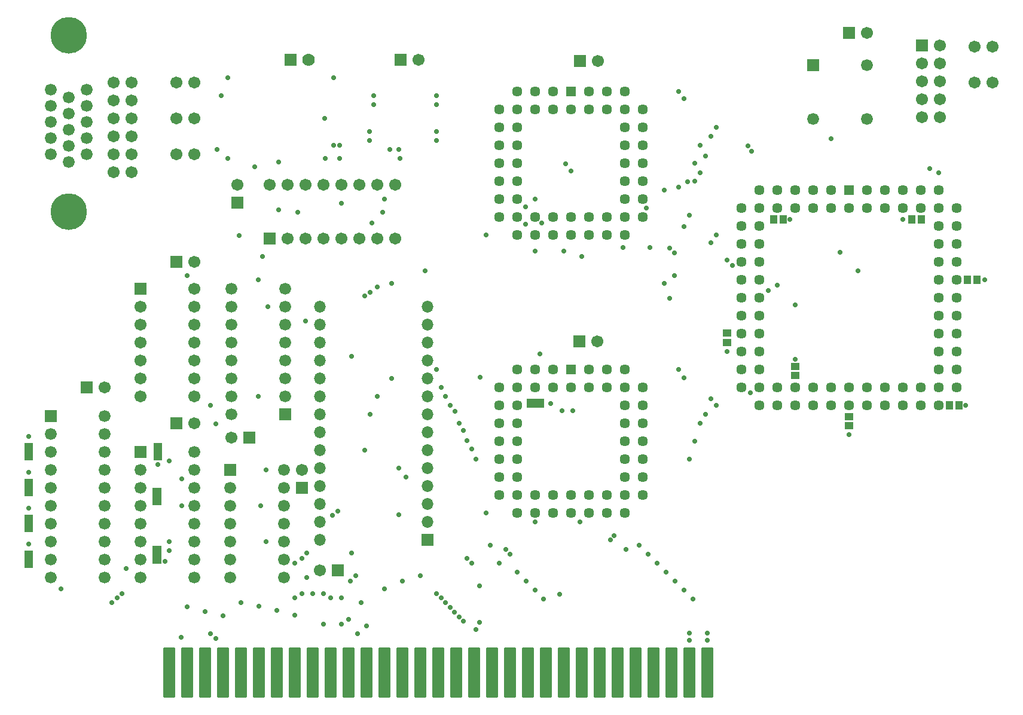
<source format=gbs>
G04 Layer_Color=8150272*
%FSAX24Y24*%
%MOIN*%
G70*
G01*
G75*
%ADD34R,0.0450X0.0405*%
G04:AMPARAMS|DCode=36|XSize=67mil|YSize=282mil|CornerRadius=9.5mil|HoleSize=0mil|Usage=FLASHONLY|Rotation=0.000|XOffset=0mil|YOffset=0mil|HoleType=Round|Shape=RoundedRectangle|*
%AMROUNDEDRECTD36*
21,1,0.0670,0.2630,0,0,0.0*
21,1,0.0480,0.2820,0,0,0.0*
1,1,0.0190,0.0240,-0.1315*
1,1,0.0190,-0.0240,-0.1315*
1,1,0.0190,-0.0240,0.1315*
1,1,0.0190,0.0240,0.1315*
%
%ADD36ROUNDEDRECTD36*%
%ADD37C,0.0670*%
%ADD38R,0.0670X0.0670*%
%ADD39R,0.0670X0.0670*%
%ADD40C,0.0570*%
%ADD41R,0.0570X0.0570*%
%ADD42O,0.0661X0.0661*%
%ADD43R,0.0661X0.0661*%
%ADD44R,0.0661X0.0661*%
%ADD45C,0.0661*%
%ADD46C,0.0700*%
%ADD47C,0.2039*%
%ADD48C,0.0290*%
%ADD49R,0.0270X0.0470*%
%ADD50R,0.0470X0.0270*%
%ADD51R,0.0405X0.0450*%
G36*
X007490Y018910D02*
X007010D01*
Y019890D01*
X007490D01*
Y018910D01*
D02*
G37*
G36*
X014640Y020410D02*
X014160D01*
Y021390D01*
X014640D01*
Y020410D01*
D02*
G37*
G36*
X007490Y016910D02*
X007010D01*
Y017890D01*
X007490D01*
Y016910D01*
D02*
G37*
G36*
X014640Y017160D02*
X014160D01*
Y018140D01*
X014640D01*
Y017160D01*
D02*
G37*
G36*
X014690Y022910D02*
X014210D01*
Y023890D01*
X014690D01*
Y022910D01*
D02*
G37*
G36*
X035990Y025860D02*
X035010D01*
Y026340D01*
X035990D01*
Y025860D01*
D02*
G37*
G36*
X007490Y020910D02*
X007010D01*
Y021890D01*
X007490D01*
Y020910D01*
D02*
G37*
G36*
Y022910D02*
X007010D01*
Y023890D01*
X007490D01*
Y022910D01*
D02*
G37*
D34*
X053000Y025356D02*
D03*
Y024844D02*
D03*
X046200Y030006D02*
D03*
Y029494D02*
D03*
X050000Y027644D02*
D03*
Y028156D02*
D03*
D36*
X042100Y011100D02*
D03*
X041100D02*
D03*
X035100D02*
D03*
X015100D02*
D03*
X016100D02*
D03*
X017100D02*
D03*
X018100D02*
D03*
X019100D02*
D03*
X020100D02*
D03*
X021100D02*
D03*
X022100D02*
D03*
X023100D02*
D03*
X024100D02*
D03*
X025100D02*
D03*
X026100D02*
D03*
X027100D02*
D03*
X028100D02*
D03*
X029100D02*
D03*
X030100D02*
D03*
X031100D02*
D03*
X032100D02*
D03*
X033100D02*
D03*
X034100D02*
D03*
X036100D02*
D03*
X037100D02*
D03*
X038100D02*
D03*
X039100D02*
D03*
X040100D02*
D03*
X043100D02*
D03*
X044100D02*
D03*
X045100D02*
D03*
D37*
X058050Y042050D02*
D03*
X057050D02*
D03*
X058050Y043050D02*
D03*
X057050D02*
D03*
X058050Y044050D02*
D03*
X057050D02*
D03*
X058050Y045050D02*
D03*
X057050D02*
D03*
X058050Y046050D02*
D03*
X011500Y027000D02*
D03*
X016500Y034000D02*
D03*
X022500Y022400D02*
D03*
X023500Y016800D02*
D03*
X029000Y045250D02*
D03*
X039000Y045200D02*
D03*
X016500Y044000D02*
D03*
X015500D02*
D03*
X016500Y042000D02*
D03*
X015500D02*
D03*
X016500Y040000D02*
D03*
X015500D02*
D03*
X054000Y046750D02*
D03*
X038950Y029550D02*
D03*
X061000Y044000D02*
D03*
X060000D02*
D03*
X061000Y046000D02*
D03*
X060000D02*
D03*
X013000Y044000D02*
D03*
X012000D02*
D03*
X013000Y043000D02*
D03*
X012000D02*
D03*
X013000Y042000D02*
D03*
X012000D02*
D03*
X013000Y041000D02*
D03*
X012000D02*
D03*
X013000Y040000D02*
D03*
X012000D02*
D03*
X013000Y039000D02*
D03*
X012000D02*
D03*
X013500Y031500D02*
D03*
Y030500D02*
D03*
Y029500D02*
D03*
Y028500D02*
D03*
Y027500D02*
D03*
Y026500D02*
D03*
X016500Y032500D02*
D03*
Y031500D02*
D03*
Y030500D02*
D03*
Y029500D02*
D03*
Y028500D02*
D03*
Y027500D02*
D03*
Y026500D02*
D03*
Y025000D02*
D03*
X018550Y024200D02*
D03*
X020700Y038300D02*
D03*
X021700D02*
D03*
Y035300D02*
D03*
X022700D02*
D03*
X023700D02*
D03*
X024700D02*
D03*
X025700D02*
D03*
X026700D02*
D03*
X022700Y038300D02*
D03*
X023700D02*
D03*
X024700D02*
D03*
X025700D02*
D03*
X026700D02*
D03*
X027700D02*
D03*
Y035300D02*
D03*
X018900Y038300D02*
D03*
D38*
X057050Y046050D02*
D03*
X022500Y021400D02*
D03*
X020700Y035300D02*
D03*
X018900Y037300D02*
D03*
D39*
X010500Y027000D02*
D03*
X015500Y034000D02*
D03*
X024500Y016800D02*
D03*
X028000Y045250D02*
D03*
X038000Y045200D02*
D03*
X021850Y045250D02*
D03*
X053000Y046750D02*
D03*
X037950Y029550D02*
D03*
X013500Y032500D02*
D03*
X015500Y025000D02*
D03*
X019550Y024200D02*
D03*
D40*
X038500Y042500D02*
D03*
Y043500D02*
D03*
X039500Y042500D02*
D03*
Y043500D02*
D03*
X040500Y042500D02*
D03*
Y043500D02*
D03*
X041500Y042500D02*
D03*
X040500Y041500D02*
D03*
X041500D02*
D03*
X040500Y040500D02*
D03*
X041500D02*
D03*
X040500Y039500D02*
D03*
X041500D02*
D03*
X040500Y038500D02*
D03*
X041500D02*
D03*
X040500Y037500D02*
D03*
X041500D02*
D03*
X040500Y036500D02*
D03*
X041500D02*
D03*
X040500Y035500D02*
D03*
X039500Y036500D02*
D03*
Y035500D02*
D03*
X038500Y036500D02*
D03*
Y035500D02*
D03*
X037500Y036500D02*
D03*
Y035500D02*
D03*
X036500Y036500D02*
D03*
Y035500D02*
D03*
X035500Y036500D02*
D03*
Y035500D02*
D03*
X034500Y036500D02*
D03*
Y035500D02*
D03*
X033500Y036500D02*
D03*
X034500Y037500D02*
D03*
X033500D02*
D03*
X034500Y038500D02*
D03*
X033500D02*
D03*
X034500Y039500D02*
D03*
X033500D02*
D03*
X034500Y040500D02*
D03*
X033500D02*
D03*
X034500Y041500D02*
D03*
X033500D02*
D03*
X034500Y042500D02*
D03*
X033500D02*
D03*
X034500Y043500D02*
D03*
X035500Y042500D02*
D03*
Y043500D02*
D03*
X036500Y042500D02*
D03*
Y043500D02*
D03*
X037500Y042500D02*
D03*
X038500Y027000D02*
D03*
Y028000D02*
D03*
X039500Y027000D02*
D03*
Y028000D02*
D03*
X040500Y027000D02*
D03*
Y028000D02*
D03*
X041500Y027000D02*
D03*
X040500Y026000D02*
D03*
X041500D02*
D03*
X040500Y025000D02*
D03*
X041500D02*
D03*
X040500Y024000D02*
D03*
X041500D02*
D03*
X040500Y023000D02*
D03*
X041500D02*
D03*
X040500Y022000D02*
D03*
X041500D02*
D03*
X040500Y021000D02*
D03*
X041500D02*
D03*
X040500Y020000D02*
D03*
X039500Y021000D02*
D03*
Y020000D02*
D03*
X038500Y021000D02*
D03*
Y020000D02*
D03*
X037500Y021000D02*
D03*
Y020000D02*
D03*
X036500Y021000D02*
D03*
Y020000D02*
D03*
X035500Y021000D02*
D03*
Y020000D02*
D03*
X034500Y021000D02*
D03*
Y020000D02*
D03*
X033500Y021000D02*
D03*
X034500Y022000D02*
D03*
X033500D02*
D03*
X034500Y023000D02*
D03*
X033500D02*
D03*
X034500Y024000D02*
D03*
X033500D02*
D03*
X034500Y025000D02*
D03*
X033500D02*
D03*
X034500Y026000D02*
D03*
X033500D02*
D03*
X034500Y027000D02*
D03*
X033500D02*
D03*
X034500Y028000D02*
D03*
X035500Y027000D02*
D03*
Y028000D02*
D03*
X036500Y027000D02*
D03*
Y028000D02*
D03*
X037500Y027000D02*
D03*
X054000Y037000D02*
D03*
Y038000D02*
D03*
X055000Y037000D02*
D03*
Y038000D02*
D03*
X056000Y037000D02*
D03*
Y038000D02*
D03*
X057000Y037000D02*
D03*
Y038000D02*
D03*
X058000Y037000D02*
D03*
Y038000D02*
D03*
X059000Y037000D02*
D03*
X058000Y036000D02*
D03*
X059000D02*
D03*
X058000Y035000D02*
D03*
X059000D02*
D03*
X058000Y034000D02*
D03*
X059000D02*
D03*
X058000Y033000D02*
D03*
X059000D02*
D03*
X058000Y032000D02*
D03*
X059000D02*
D03*
X058000Y031000D02*
D03*
X059000D02*
D03*
X058000Y030000D02*
D03*
X059000D02*
D03*
X058000Y029000D02*
D03*
X059000D02*
D03*
X058000Y028000D02*
D03*
X059000D02*
D03*
X058000Y027000D02*
D03*
X059000D02*
D03*
X058000Y026000D02*
D03*
X057000Y027000D02*
D03*
Y026000D02*
D03*
X056000Y027000D02*
D03*
Y026000D02*
D03*
X055000Y027000D02*
D03*
Y026000D02*
D03*
X054000Y027000D02*
D03*
Y026000D02*
D03*
X053000Y027000D02*
D03*
Y026000D02*
D03*
X052000Y027000D02*
D03*
Y026000D02*
D03*
X051000Y027000D02*
D03*
Y026000D02*
D03*
X050000Y027000D02*
D03*
Y026000D02*
D03*
X049000Y027000D02*
D03*
Y026000D02*
D03*
X048000Y027000D02*
D03*
Y026000D02*
D03*
X047000Y027000D02*
D03*
X048000Y028000D02*
D03*
X047000D02*
D03*
X048000Y029000D02*
D03*
X047000D02*
D03*
X048000Y030000D02*
D03*
X047000D02*
D03*
X048000Y031000D02*
D03*
X047000D02*
D03*
X048000Y032000D02*
D03*
X047000D02*
D03*
X048000Y033000D02*
D03*
X047000D02*
D03*
X048000Y034000D02*
D03*
X047000D02*
D03*
X048000Y035000D02*
D03*
X047000D02*
D03*
X048000Y036000D02*
D03*
X047000D02*
D03*
X048000Y037000D02*
D03*
X047000D02*
D03*
X048000Y038000D02*
D03*
X049000Y037000D02*
D03*
Y038000D02*
D03*
X050000Y037000D02*
D03*
Y038000D02*
D03*
X051000Y037000D02*
D03*
Y038000D02*
D03*
X052000Y037000D02*
D03*
Y038000D02*
D03*
X053000Y037000D02*
D03*
D41*
X037500Y043500D02*
D03*
Y028000D02*
D03*
X053000Y038000D02*
D03*
D42*
X023500Y031500D02*
D03*
Y030500D02*
D03*
Y029500D02*
D03*
Y028500D02*
D03*
Y027500D02*
D03*
Y026500D02*
D03*
Y025500D02*
D03*
Y024500D02*
D03*
Y023500D02*
D03*
Y022500D02*
D03*
Y021500D02*
D03*
Y020500D02*
D03*
Y019500D02*
D03*
Y018500D02*
D03*
X029500Y031500D02*
D03*
Y030500D02*
D03*
Y029500D02*
D03*
Y028500D02*
D03*
Y027500D02*
D03*
Y026500D02*
D03*
Y025500D02*
D03*
Y024500D02*
D03*
Y023500D02*
D03*
Y022500D02*
D03*
Y021500D02*
D03*
Y020500D02*
D03*
Y019500D02*
D03*
D43*
Y018500D02*
D03*
D44*
X008500Y025400D02*
D03*
X013500Y023400D02*
D03*
X018500Y022400D02*
D03*
X021550Y025500D02*
D03*
X051000Y044950D02*
D03*
D45*
X008500Y024400D02*
D03*
Y023400D02*
D03*
Y022400D02*
D03*
Y021400D02*
D03*
Y020400D02*
D03*
Y019400D02*
D03*
Y018400D02*
D03*
Y017400D02*
D03*
Y016400D02*
D03*
X011500Y025400D02*
D03*
Y024400D02*
D03*
Y023400D02*
D03*
Y022400D02*
D03*
Y021400D02*
D03*
Y020400D02*
D03*
Y019400D02*
D03*
Y018400D02*
D03*
Y017400D02*
D03*
Y016400D02*
D03*
X013500Y022400D02*
D03*
Y021400D02*
D03*
Y020400D02*
D03*
Y019400D02*
D03*
Y018400D02*
D03*
Y017400D02*
D03*
Y016400D02*
D03*
X016500Y023400D02*
D03*
Y022400D02*
D03*
Y021400D02*
D03*
Y020400D02*
D03*
Y019400D02*
D03*
Y018400D02*
D03*
Y017400D02*
D03*
Y016400D02*
D03*
X018500Y021400D02*
D03*
Y020400D02*
D03*
Y019400D02*
D03*
Y018400D02*
D03*
Y017400D02*
D03*
Y016400D02*
D03*
X021500Y022400D02*
D03*
Y021400D02*
D03*
Y020400D02*
D03*
Y019400D02*
D03*
Y018400D02*
D03*
Y017400D02*
D03*
Y016400D02*
D03*
X009500Y043149D02*
D03*
Y039551D02*
D03*
Y040451D02*
D03*
Y041350D02*
D03*
Y042250D02*
D03*
X010500Y043599D02*
D03*
Y042700D02*
D03*
Y041800D02*
D03*
Y040900D02*
D03*
Y040001D02*
D03*
X008500Y043599D02*
D03*
Y042700D02*
D03*
Y041800D02*
D03*
Y040900D02*
D03*
Y040001D02*
D03*
X018550Y032500D02*
D03*
Y031500D02*
D03*
Y030500D02*
D03*
Y029500D02*
D03*
Y028500D02*
D03*
Y027500D02*
D03*
Y026500D02*
D03*
Y025500D02*
D03*
X021550Y032500D02*
D03*
Y031500D02*
D03*
Y030500D02*
D03*
Y029500D02*
D03*
Y028500D02*
D03*
Y027500D02*
D03*
Y026500D02*
D03*
X051000Y041950D02*
D03*
X054000Y044950D02*
D03*
Y041950D02*
D03*
D46*
X022850Y045250D02*
D03*
D47*
X009500Y046623D02*
D03*
Y036776D02*
D03*
D48*
X032400Y015930D02*
D03*
X025790Y014990D02*
D03*
X020500Y022400D02*
D03*
Y018400D02*
D03*
X036350Y026100D02*
D03*
X035500Y037500D02*
D03*
X035850Y036150D02*
D03*
X035750Y028850D02*
D03*
X034950Y037050D02*
D03*
X007250Y022250D02*
D03*
X014850Y017300D02*
D03*
X014450Y022700D02*
D03*
X007250Y024250D02*
D03*
Y020250D02*
D03*
Y018250D02*
D03*
X043000Y031950D02*
D03*
X026000Y032100D02*
D03*
Y023500D02*
D03*
X026700Y032590D02*
D03*
X026300Y032300D02*
D03*
X027100Y015750D02*
D03*
X036850Y015450D02*
D03*
X035500Y015700D02*
D03*
X017400Y013250D02*
D03*
X012700Y016900D02*
D03*
X028300Y022000D02*
D03*
X017700Y013000D02*
D03*
X024193Y019857D02*
D03*
X024500Y020100D02*
D03*
X015750Y013050D02*
D03*
X018100Y014250D02*
D03*
X017100Y014500D02*
D03*
X016100Y014750D02*
D03*
X011900Y015000D02*
D03*
X025600Y013250D02*
D03*
X024700Y013800D02*
D03*
X023700D02*
D03*
X025100Y014050D02*
D03*
X022100Y014300D02*
D03*
X021100Y014550D02*
D03*
X020100Y014790D02*
D03*
X019100Y015000D02*
D03*
X022100Y015250D02*
D03*
X024100D02*
D03*
X012200D02*
D03*
X022500Y015500D02*
D03*
X012450D02*
D03*
X023100D02*
D03*
X020200Y020400D02*
D03*
X044000Y038450D02*
D03*
X041900Y034800D02*
D03*
X052480Y034520D02*
D03*
X037100Y034600D02*
D03*
X043250Y033220D02*
D03*
X020050Y033000D02*
D03*
X027500Y032800D02*
D03*
X042700D02*
D03*
X044100Y013300D02*
D03*
Y012900D02*
D03*
X032400Y013880D02*
D03*
X026250Y040750D02*
D03*
Y041250D02*
D03*
X026500Y042750D02*
D03*
Y043250D02*
D03*
X050000Y031600D02*
D03*
X030000Y041250D02*
D03*
X031490Y024600D02*
D03*
X031950Y023550D02*
D03*
X021200Y039550D02*
D03*
Y036900D02*
D03*
X024600Y040500D02*
D03*
X043000Y034750D02*
D03*
X045300Y035050D02*
D03*
X022700Y030700D02*
D03*
X029350Y033500D02*
D03*
X045600Y035500D02*
D03*
X045300Y041000D02*
D03*
Y026350D02*
D03*
X047335Y040450D02*
D03*
X047550Y040150D02*
D03*
X043780Y027520D02*
D03*
Y035950D02*
D03*
Y043100D02*
D03*
X035950Y015200D02*
D03*
X044300D02*
D03*
X043800Y015700D02*
D03*
X035000Y016200D02*
D03*
X043300D02*
D03*
X034500Y016700D02*
D03*
X042800D02*
D03*
X033500Y017200D02*
D03*
X042300D02*
D03*
X033850Y017950D02*
D03*
X040550D02*
D03*
X034100Y017700D02*
D03*
X041800D02*
D03*
X033000Y018200D02*
D03*
X041300D02*
D03*
X043500Y038150D02*
D03*
X044400Y038500D02*
D03*
X027950Y039750D02*
D03*
X023800D02*
D03*
X024700Y037250D02*
D03*
X027500Y027500D02*
D03*
X042700Y038000D02*
D03*
X049000Y032700D02*
D03*
X048500Y032400D02*
D03*
X026700Y026500D02*
D03*
X026300Y025500D02*
D03*
X046200Y034100D02*
D03*
X046500Y033800D02*
D03*
X022750Y016400D02*
D03*
X032410Y027550D02*
D03*
X032200Y023000D02*
D03*
X015800Y020400D02*
D03*
Y021900D02*
D03*
X015100Y022900D02*
D03*
Y018400D02*
D03*
X028100Y016200D02*
D03*
X025500Y016500D02*
D03*
X025200Y016200D02*
D03*
X015100Y017900D02*
D03*
X026100Y013700D02*
D03*
X049700Y036350D02*
D03*
X053000Y024350D02*
D03*
X046200Y029000D02*
D03*
X050000Y028550D02*
D03*
X059500Y026000D02*
D03*
X060550Y033000D02*
D03*
X052000Y040850D02*
D03*
X056000Y036350D02*
D03*
X016100Y033220D02*
D03*
X043250Y034500D02*
D03*
X030000Y028000D02*
D03*
Y015500D02*
D03*
X023700D02*
D03*
X030250Y027000D02*
D03*
Y015250D02*
D03*
X030500Y026500D02*
D03*
Y015000D02*
D03*
X031000Y014450D02*
D03*
X030750Y026000D02*
D03*
X031250Y025000D02*
D03*
Y014200D02*
D03*
X035500Y034600D02*
D03*
X038000Y019500D02*
D03*
X032750Y035500D02*
D03*
Y020000D02*
D03*
X031010Y025640D02*
D03*
X044400Y039500D02*
D03*
X044100Y036600D02*
D03*
X044700Y040500D02*
D03*
Y038950D02*
D03*
X058000D02*
D03*
X057500Y039200D02*
D03*
X045600Y041500D02*
D03*
Y026000D02*
D03*
X045000Y025500D02*
D03*
X044700Y025000D02*
D03*
X044400Y024000D02*
D03*
X044100Y023000D02*
D03*
X043500Y043500D02*
D03*
Y028000D02*
D03*
X040400Y034800D02*
D03*
X047500Y026700D02*
D03*
X035500Y019500D02*
D03*
X027900Y022500D02*
D03*
Y019900D02*
D03*
X037000Y025700D02*
D03*
X037600D02*
D03*
X039900Y018710D02*
D03*
X009050Y015750D02*
D03*
X025250Y017750D02*
D03*
X041700Y037000D02*
D03*
X045000Y039900D02*
D03*
X039700Y018500D02*
D03*
X034950Y036100D02*
D03*
X038100Y034300D02*
D03*
X020300D02*
D03*
X017400Y026000D02*
D03*
X017750Y040250D02*
D03*
X030000Y040750D02*
D03*
Y042750D02*
D03*
Y043250D02*
D03*
X037500Y039050D02*
D03*
X037200Y039450D02*
D03*
X027100Y037500D02*
D03*
X026400Y036150D02*
D03*
X020050Y026500D02*
D03*
X024250Y044250D02*
D03*
X022250Y036750D02*
D03*
X027000D02*
D03*
X053500Y033500D02*
D03*
X023750Y042000D02*
D03*
X018000Y043250D02*
D03*
X018350Y039750D02*
D03*
X024600D02*
D03*
X018350Y044250D02*
D03*
X019000Y035450D02*
D03*
X019850Y039300D02*
D03*
X020600Y031500D02*
D03*
X024250Y040500D02*
D03*
X027400Y040250D02*
D03*
X027900D02*
D03*
X045100Y012900D02*
D03*
Y013300D02*
D03*
X024700Y015250D02*
D03*
X022750Y017750D02*
D03*
X022500Y017450D02*
D03*
X022100Y017200D02*
D03*
X031950D02*
D03*
X031700Y024010D02*
D03*
Y017450D02*
D03*
X032190Y013490D02*
D03*
X031490Y013950D02*
D03*
X030750Y014710D02*
D03*
X029100Y016500D02*
D03*
X017700Y024970D02*
D03*
X025250Y028710D02*
D03*
D49*
X035850Y026100D02*
D03*
X035500D02*
D03*
X035150D02*
D03*
D50*
X007250Y017750D02*
D03*
Y017400D02*
D03*
Y017050D02*
D03*
Y019750D02*
D03*
Y019400D02*
D03*
Y019050D02*
D03*
Y021750D02*
D03*
Y021400D02*
D03*
Y021050D02*
D03*
Y023750D02*
D03*
Y023400D02*
D03*
Y023050D02*
D03*
X014450D02*
D03*
Y023400D02*
D03*
Y023750D02*
D03*
X014400Y017300D02*
D03*
Y017650D02*
D03*
Y018000D02*
D03*
Y020550D02*
D03*
Y020900D02*
D03*
Y021250D02*
D03*
D51*
X048794Y036350D02*
D03*
X049306D02*
D03*
X058594Y026000D02*
D03*
X059106D02*
D03*
X059594Y033000D02*
D03*
X060106D02*
D03*
X057006Y036350D02*
D03*
X056494D02*
D03*
M02*

</source>
